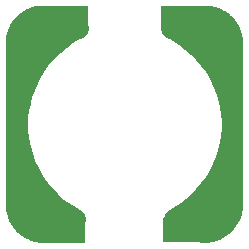
<source format=gts>
%FSTAX44Y44*%
%MOMM*%
%SFA1B1*%

%IPPOS*%
%ADD11C,1.799996*%
%ADD12C,2.199996*%
%ADD13R,3.752892X2.021096*%
%ADD14R,3.564693X2.144396*%
%ADD15R,1.716897X13.842972*%
%ADD16R,3.811692X1.776896*%
%ADD17R,4.015892X2.021096*%
%ADD18R,1.314597X14.216172*%
%ADD19C,2.199996*%
%LNpcb1-1*%
%LPD*%
G54D11*
X00110514Y-00011611D02*
D01*
X00116029Y-00008489*
X00121313Y-00004989*
X0012634Y-0000113*
X00131086Y0000307*
X00135527Y00007592*
X00139641Y00012412*
X00143409Y00017508*
X00146813Y00022854*
X00149836Y00028425*
X00152462Y00034193*
X0015468Y0004013*
X00156478Y00046207*
X00157848Y00052395*
X00158783Y00058664*
X00159278Y00064982*
X00159332Y0007132*
X00158943Y00077645*
X00158114Y00083929*
X00156848Y00090139*
X00155153Y00096245*
X00153035Y00102219*
X00151146Y00106661*
X-00021615Y00058322D02*
D01*
X-00020657Y00052058*
X-00019263Y00045875*
X-00017442Y00039804*
X-00015202Y00033876*
X-00012554Y00028118*
X-0000951Y00022559*
X-00006086Y00017225*
X-00002299Y00012144*
X00001833Y00007339*
X00006291Y00002834*
X00011052Y-00001348*
X00016093Y-00005188*
X0002139Y-00008668*
X00026613Y-00011611*
X00158743Y00078804D02*
D01*
X00157785Y00085069*
X00156391Y00091252*
X0015457Y00097322*
X0015233Y00103251*
X00149682Y00109009*
X00146638Y00114568*
X00143214Y00119901*
X00139427Y00124983*
X00135294Y00129788*
X00130836Y00134293*
X00126075Y00138476*
X00121034Y00142316*
X00115736Y00145796*
X00110209Y00148898*
X00107945Y00150027*
X00029051Y00149963D02*
D01*
X00023445Y00147008*
X00018058Y00143669*
X00012918Y00139962*
X00008048Y00135905*
X00003473Y00131519*
X-00000783Y00126824*
X-00004703Y00121844*
X-00008265Y00116602*
X-00011454Y00111125*
X-00014252Y00105438*
X-00016647Y00099571*
X-00018627Y0009355*
X-00020182Y00087406*
X-00021305Y00081169*
X-0002199Y00074868*
X-00022234Y00068535*
X-00022035Y000622*
X-00021395Y00055895*
X-00020317Y0004965*
X-00018806Y00043495*
X-00016869Y0003746*
X-00014516Y00031576*
X-00014017Y00030466*
G54D12*
X00118935Y-00009968D02*
D01*
X00119675Y-00011213*
X001205Y-00012403*
X00121406Y-00013533*
X00122388Y-00014597*
X00123442Y-0001559*
X00124563Y-00016506*
X00125745Y-00017343*
X00126982Y-00018094*
X0012827Y-00018758*
X001296Y-0001933*
X00130966Y-00019808*
X00132363Y-0002019*
X00133783Y-00020473*
X0013522Y-00020657*
X00136665Y-00020739*
X00138113Y-00020721*
X00139556Y-00020602*
X00140988Y-00020382*
X001424Y-00020064*
X00143787Y-00019647*
X00145141Y-00019135*
X00146456Y-00018529*
X00147726Y-00017833*
X00148944Y-00017051*
X00150105Y-00016185*
X00151203Y-0001524*
X00152231Y-00014221*
X00153187Y-00013133*
X00154064Y-00011981*
X00154858Y-0001077*
X00155566Y-00009507*
X00156185Y-00008198*
X0015671Y-00006849*
X0015714Y-00005466*
X00157473Y-00004057*
X00157707Y-00002628*
X0015784Y-00001186*
X00157872Y0000026*
X00157803Y00001707*
X00157634Y00003145*
X00157364Y00004567*
X00156996Y00005968*
X00156532Y00007339*
X00155973Y00008675*
X00155321Y00009968*
X00154582Y00011213*
X00153757Y00012403*
X00152851Y00013533*
X00151869Y00014597*
X00150815Y0001559*
X00149694Y00016506*
X00148512Y00017343*
X00147828Y00017772*
X-00010828Y00017693D02*
D01*
X-00012036Y00016895*
X-00013185Y00016014*
X-0001427Y00015055*
X-00015286Y00014023*
X-00016227Y00012923*
X-00017089Y00011759*
X-00017868Y00010538*
X-00018559Y00009266*
X-0001916Y00007949*
X-00019668Y00006593*
X-0002008Y00005205*
X-00020395Y00003791*
X-00020609Y00002359*
X-00020724Y00000916*
X-00020737Y-00000531*
X-0002065Y-00001976*
X-00020461Y-00003411*
X-00020174Y-00004831*
X-00019788Y-00006226*
X-00019305Y-00007591*
X-00018728Y-00008919*
X-0001806Y-00010204*
X-00017305Y-00011439*
X-00016465Y-00012618*
X-00015544Y-00013736*
X-00014548Y-00014787*
X-00013481Y-00015766*
X-00012348Y-00016668*
X-00011155Y-00017489*
X-00009908Y-00018225*
X-00008613Y-00018871*
X-00007275Y-00019426*
X-00005902Y-00019886*
X-00004501Y-0002025*
X-00003077Y-00020515*
X-00001639Y-00020679*
X-00000192Y-00020743*
X00001254Y-00020706*
X00002695Y-00020568*
X00004124Y-0002033*
X00005532Y-00019993*
X00006913Y-00019558*
X0000826Y-00019028*
X00009568Y-00018406*
X00010828Y-00017693*
X00012036Y-00016895*
X00013185Y-00016014*
X0001427Y-00015055*
X00015286Y-00014023*
X00016227Y-00012923*
X00017089Y-00011759*
X00017831Y-00010601*
X00147957Y00119434D02*
D01*
X00149165Y00120233*
X00150314Y00121114*
X001514Y00122072*
X00152415Y00123105*
X00153356Y00124205*
X00154218Y00125369*
X00154997Y00126589*
X00155688Y00127862*
X0015629Y00129179*
X00156797Y00130535*
X00157209Y00131923*
X00157524Y00133336*
X00157738Y00134768*
X00157853Y00136212*
X00157866Y0013766*
X00157779Y00139105*
X0015759Y0014054*
X00157303Y0014196*
X00156917Y00143355*
X00156434Y0014472*
X00155857Y00146048*
X00155189Y00147333*
X00154434Y00148568*
X00153594Y00149747*
X00152673Y00150865*
X00151677Y00151916*
X0015061Y00152895*
X00149477Y00153797*
X00148284Y00154618*
X00147037Y00155354*
X00145742Y00156*
X00144404Y00156555*
X00143031Y00157015*
X0014163Y00157379*
X00140206Y00157644*
X00138768Y00157808*
X00137321Y00157872*
X00135874Y00157835*
X00134432Y00157697*
X00133004Y00157459*
X00131596Y00157122*
X00130215Y00156687*
X00128867Y00156157*
X0012756Y00155535*
X00126299Y00154822*
X00125091Y00154024*
X00123942Y00153143*
X00122857Y00152184*
X00121842Y00151152*
X00120901Y00150052*
X00120039Y00148888*
X00119296Y00147729*
X00018192Y00147097D02*
D01*
X00017453Y00148342*
X00016628Y00149532*
X00015722Y00150662*
X0001474Y00151726*
X00013686Y00152719*
X00012565Y00153635*
X00011383Y00154472*
X00010145Y00155223*
X00008858Y00155887*
X00007528Y00156459*
X00006161Y00156937*
X00004765Y00157319*
X00003344Y00157602*
X00001908Y00157786*
X00000463Y00157868*
X-00000984Y0015785*
X-00002427Y00157731*
X-00003859Y00157512*
X-00005271Y00157193*
X-00006658Y00156776*
X-00008012Y00156264*
X-00009327Y00155658*
X-00010597Y00154962*
X-00011815Y0015418*
X-00012976Y00153314*
X-00014074Y00152369*
X-00015102Y0015135*
X-00016058Y00150262*
X-00016935Y0014911*
X-00017729Y00147899*
X-00018437Y00146636*
X-00019056Y00145327*
X-00019581Y00143978*
X-00020011Y00142595*
X-00020344Y00141186*
X-00020578Y00139757*
X-00020711Y00138315*
X-00020743Y00136867*
X-00020674Y00135421*
X-00020505Y00133983*
X-00020235Y0013256*
X-00019867Y0013116*
X-00019403Y00129788*
X-00018844Y00128453*
X-00018192Y00127159*
X-00017453Y00125915*
X-00016628Y00124724*
X-00015722Y00123595*
X-0001474Y00122531*
X-00013686Y00121538*
X-00012565Y00120622*
X-00011383Y00119785*
X-00010699Y00119355*
G54D13*
X00016833Y-00021613D03*
G54D14*
X00119304Y-00021395D03*
G54D15*
X-00023115Y00070424D03*
G54D16*
X00019057Y00159953D03*
G54D17*
X00118978Y00158742D03*
G54D18*
X00162244Y00068558D03*
G54D19*
X00137128Y00137128D03*
Y0D03*
X0D03*
Y00137128D03*
M02*
</source>
